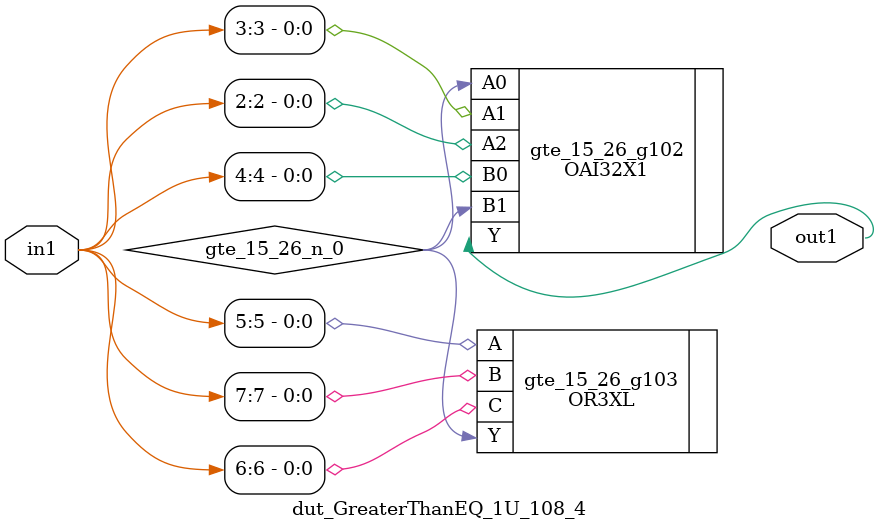
<source format=v>
`timescale 1ps / 1ps


module dut_GreaterThanEQ_1U_108_4(in1, out1);
  input [7:0] in1;
  output out1;
  wire [7:0] in1;
  wire out1;
  wire gte_15_26_n_0;
  OAI32X1 gte_15_26_g102(.A0 (gte_15_26_n_0), .A1 (in1[3]), .A2
       (in1[2]), .B0 (in1[4]), .B1 (gte_15_26_n_0), .Y (out1));
  OR3XL gte_15_26_g103(.A (in1[5]), .B (in1[7]), .C (in1[6]), .Y
       (gte_15_26_n_0));
endmodule



</source>
